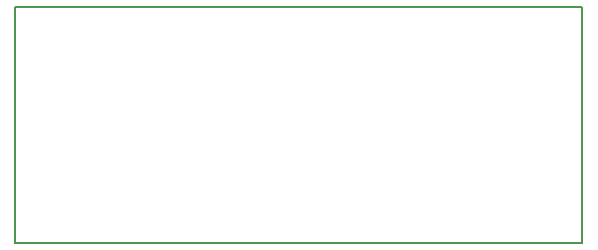
<source format=gbo>
G04 MADE WITH FRITZING*
G04 WWW.FRITZING.ORG*
G04 DOUBLE SIDED*
G04 HOLES PLATED*
G04 CONTOUR ON CENTER OF CONTOUR VECTOR*
%ASAXBY*%
%FSLAX23Y23*%
%MOIN*%
%OFA0B0*%
%SFA1.0B1.0*%
%ADD10R,1.898190X0.793579X1.882190X0.777579*%
%ADD11C,0.008000*%
%LNSILK0*%
G90*
G70*
G54D11*
X4Y790D02*
X1894Y790D01*
X1894Y4D01*
X4Y4D01*
X4Y790D01*
D02*
G04 End of Silk0*
M02*
</source>
